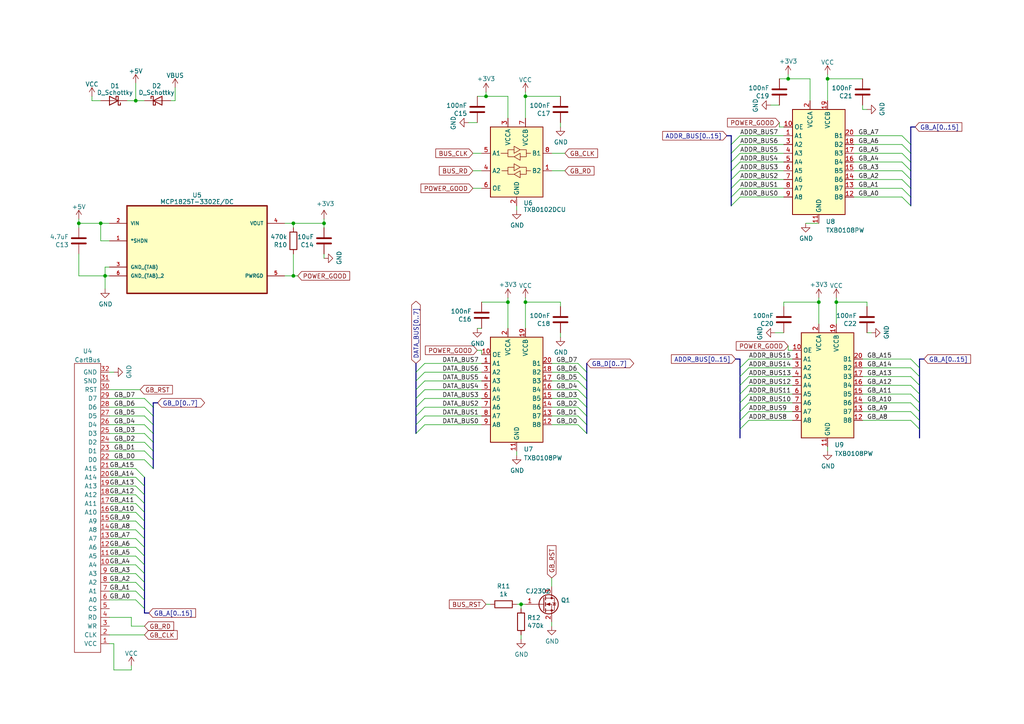
<source format=kicad_sch>
(kicad_sch (version 20230121) (generator eeschema)
  (paper "A4")
  (lib_symbols
    (symbol "Device:C" (pin_numbers hide) (pin_names (offset 0.254))
      (property "Reference" "C" (at 0.635 2.54 0))
      (property "Value" "C" (at 0.635 -2.54 0))
      (symbol "C_0_1"
        (polyline (pts (xy -2.032 -0.762) (xy 2.032 -0.762)) (stroke (width 0.508)))
        (polyline (pts (xy -2.032 0.762) (xy 2.032 0.762)) (stroke (width 0.508)))
      )
      (symbol "C_1_1"
        (pin passive line (at 0 3.81 270) (length 2.794) (name "~") (number "1"))
        (pin passive line (at 0 -3.81 90) (length 2.794) (name "~") (number "2"))
      )
    )
    (symbol "Device:D_Schottky" (pin_numbers hide) (pin_names (offset 1.016) hide)
      (property "Reference" "D" (at 0 2.54 0))
      (property "Value" "D_Schottky" (at 0 -2.54 0))
      (symbol "D_Schottky_0_1"
        (polyline (pts (xy 1.27 0) (xy -1.27 0)))
        (polyline (pts (xy 1.27 1.27) (xy 1.27 -1.27) (xy -1.27 0) (xy 1.27 1.27)) (stroke (width 0.254)))
        (polyline (pts (xy -1.905 0.635) (xy -1.905 1.27) (xy -1.27 1.27) (xy -1.27 -1.27) (xy -0.635 -1.27) (xy -0.635 -0.635)) (stroke (width 0.254)))
      )
      (symbol "D_Schottky_1_1"
        (pin passive line (at -3.81 0 0) (length 2.54) (name "K") (number "1"))
        (pin passive line (at 3.81 0 180) (length 2.54) (name "A") (number "2"))
      )
    )
    (symbol "Device:Q_NMOS_GSD" (pin_names (offset 0) hide)
      (property "Reference" "Q" (at 5.08 1.27 0))
      (property "Value" "Q_NMOS_GSD" (at 5.08 -1.27 0))
      (symbol "Q_NMOS_GSD_0_1"
        (polyline (pts (xy 0.254 0) (xy -2.54 0)))
        (polyline (pts (xy 0.254 1.905) (xy 0.254 -1.905)) (stroke (width 0.254)))
        (polyline (pts (xy 0.762 -1.27) (xy 0.762 -2.286)) (stroke (width 0.254)))
        (polyline (pts (xy 0.762 0.508) (xy 0.762 -0.508)) (stroke (width 0.254)))
        (polyline (pts (xy 0.762 2.286) (xy 0.762 1.27)) (stroke (width 0.254)))
        (polyline (pts (xy 2.54 2.54) (xy 2.54 1.778)))
        (polyline (pts (xy 2.54 -2.54) (xy 2.54 0) (xy 0.762 0)))
        (polyline (pts (xy 0.762 -1.778) (xy 3.302 -1.778) (xy 3.302 1.778) (xy 0.762 1.778)))
        (polyline (pts (xy 1.016 0) (xy 2.032 0.381) (xy 2.032 -0.381) (xy 1.016 0)) (fill (type outline)))
        (polyline (pts (xy 2.794 0.508) (xy 2.921 0.381) (xy 3.683 0.381) (xy 3.81 0.254)))
        (polyline (pts (xy 3.302 0.381) (xy 2.921 -0.254) (xy 3.683 -0.254) (xy 3.302 0.381)))
        (circle (center 1.651 0) (radius 2.794) (stroke (width 0.254)))
        (circle (center 2.54 -1.778) (radius 0.254) (fill (type outline)))
        (circle (center 2.54 1.778) (radius 0.254) (fill (type outline)))
      )
      (symbol "Q_NMOS_GSD_1_1"
        (pin input line (at -5.08 0 0) (length 2.54) (name "G") (number "1"))
        (pin passive line (at 2.54 -5.08 90) (length 2.54) (name "S") (number "2"))
        (pin passive line (at 2.54 5.08 270) (length 2.54) (name "D") (number "3"))
      )
    )
    (symbol "Device:R" (pin_numbers hide) (pin_names (offset 0))
      (property "Reference" "R" (at 2.032 0 90))
      (property "Value" "R" (at 0 0 90))
      (symbol "R_0_1"
        (rectangle (start -1.016 -2.54) (end 1.016 2.54) (stroke (width 0.254)))
      )
      (symbol "R_1_1"
        (pin passive line (at 0 3.81 270) (length 1.27) (name "~") (number "1"))
        (pin passive line (at 0 -3.81 90) (length 1.27) (name "~") (number "2"))
      )
    )
    (symbol "Gameboy:CartBus" (pin_names (offset 1.016))
      (property "Reference" "U?" (at 24.13 -11.43 0))
      (property "Value" "CartBus" (at 24.13 -8.89 0))
      (symbol "CartBus_0_1"
        (rectangle (start 66.04 0) (end -17.78 -7.62))
      )
      (symbol "CartBus_1_1"
        (pin unspecified line (at -15.24 2.54 270) (length 2.54) (name "VCC") (number "1"))
        (pin unspecified line (at 7.62 2.54 270) (length 2.54) (name "A4") (number "10"))
        (pin unspecified line (at 10.16 2.54 270) (length 2.54) (name "A5") (number "11"))
        (pin unspecified line (at 12.7 2.54 270) (length 2.54) (name "A6") (number "12"))
        (pin unspecified line (at 15.24 2.54 270) (length 2.54) (name "A7") (number "13"))
        (pin unspecified line (at 17.78 2.54 270) (length 2.54) (name "A8") (number "14"))
        (pin unspecified line (at 20.32 2.54 270) (length 2.54) (name "A9") (number "15"))
        (pin unspecified line (at 22.86 2.54 270) (length 2.54) (name "A10") (number "16"))
        (pin unspecified line (at 25.4 2.54 270) (length 2.54) (name "A11") (number "17"))
        (pin unspecified line (at 27.94 2.54 270) (length 2.54) (name "A12") (number "18"))
        (pin unspecified line (at 30.48 2.54 270) (length 2.54) (name "A13") (number "19"))
        (pin unspecified line (at -12.7 2.54 270) (length 2.54) (name "CLK~{}") (number "2"))
        (pin unspecified line (at 33.02 2.54 270) (length 2.54) (name "A14") (number "20"))
        (pin unspecified line (at 35.56 2.54 270) (length 2.54) (name "A15") (number "21"))
        (pin unspecified line (at 38.1 2.54 270) (length 2.54) (name "D0") (number "22"))
        (pin unspecified line (at 40.64 2.54 270) (length 2.54) (name "D1") (number "23"))
        (pin unspecified line (at 43.18 2.54 270) (length 2.54) (name "D2") (number "24"))
        (pin unspecified line (at 45.72 2.54 270) (length 2.54) (name "D3") (number "25"))
        (pin unspecified line (at 48.26 2.54 270) (length 2.54) (name "D4") (number "26"))
        (pin unspecified line (at 50.8 2.54 270) (length 2.54) (name "D5") (number "27"))
        (pin unspecified line (at 53.34 2.54 270) (length 2.54) (name "D6") (number "28"))
        (pin unspecified line (at 55.88 2.54 270) (length 2.54) (name "D7") (number "29"))
        (pin unspecified line (at -10.16 2.54 270) (length 2.54) (name "WR") (number "3"))
        (pin unspecified line (at 58.42 2.54 270) (length 2.54) (name "RST") (number "30"))
        (pin unspecified line (at 60.96 2.54 270) (length 2.54) (name "SND") (number "31"))
        (pin unspecified line (at 63.5 2.54 270) (length 2.54) (name "GND") (number "32"))
        (pin unspecified line (at -7.62 2.54 270) (length 2.54) (name "RD") (number "4"))
        (pin unspecified line (at -5.08 2.54 270) (length 2.54) (name "CS") (number "5"))
        (pin unspecified line (at -2.54 2.54 270) (length 2.54) (name "A0") (number "6"))
        (pin unspecified line (at 0 2.54 270) (length 2.54) (name "A1") (number "7"))
        (pin unspecified line (at 2.54 2.54 270) (length 2.54) (name "A2") (number "8"))
        (pin unspecified line (at 5.08 2.54 270) (length 2.54) (name "A3") (number "9"))
      )
    )
    (symbol "Logic_LevelTranslator:TXB0102DCU"
      (property "Reference" "U" (at -6.35 11.43 0))
      (property "Value" "TXB0102DCU" (at 3.81 11.43 0))
      (symbol "TXB0102DCU_0_1"
        (rectangle (start -7.62 10.16) (end 7.62 -10.16) (stroke (width 0.254)) (fill (type background)))
        (polyline (pts (xy -2.54 -2.54) (xy -2.54 -1.524) (xy -0.762 -1.524)))
        (polyline (pts (xy -2.54 2.54) (xy -2.54 3.556) (xy -0.762 3.556)))
        (polyline (pts (xy 2.794 -2.54) (xy 2.794 -3.556) (xy 1.016 -3.556)))
        (polyline (pts (xy 2.794 2.54) (xy 2.794 1.524) (xy 1.016 1.524)))
        (polyline (pts (xy -0.762 -3.556) (xy -2.54 -3.556) (xy -2.54 -2.54) (xy -4.318 -2.54)))
        (polyline (pts (xy -0.762 -2.54) (xy -0.762 -0.508) (xy 1.016 -1.524) (xy -0.762 -2.54)))
        (polyline (pts (xy -0.762 1.524) (xy -2.54 1.524) (xy -2.54 2.54) (xy -4.572 2.54)))
        (polyline (pts (xy -0.762 2.54) (xy -0.762 4.572) (xy 1.016 3.556) (xy -0.762 2.54)))
        (polyline (pts (xy 1.016 -2.54) (xy 1.016 -4.572) (xy -0.762 -3.556) (xy 1.016 -2.54)))
        (polyline (pts (xy 1.016 -1.524) (xy 2.794 -1.524) (xy 2.794 -2.54) (xy 4.064 -2.54)))
        (polyline (pts (xy 1.016 3.556) (xy 2.794 3.556) (xy 2.794 2.54) (xy 4.064 2.54)))
        (polyline (pts (xy 1.016 2.54) (xy 1.016 0.762) (xy 1.016 0.508) (xy -0.762 1.524) (xy 1.016 2.54)))
      )
      (symbol "TXB0102DCU_1_1"
        (pin bidirectional line (at 10.16 -2.54 180) (length 2.54) (name "B2") (number "1"))
        (pin power_in line (at 0 -12.7 90) (length 2.54) (name "GND") (number "2"))
        (pin power_in line (at -2.54 12.7 270) (length 2.54) (name "VCCA") (number "3"))
        (pin bidirectional line (at -10.16 -2.54 0) (length 2.54) (name "A2") (number "4"))
        (pin bidirectional line (at -10.16 2.54 0) (length 2.54) (name "A1") (number "5"))
        (pin input line (at -10.16 -7.62 0) (length 2.54) (name "OE") (number "6"))
        (pin power_in line (at 2.54 12.7 270) (length 2.54) (name "VCCB") (number "7"))
        (pin bidirectional line (at 10.16 2.54 180) (length 2.54) (name "B1") (number "8"))
      )
    )
    (symbol "Logic_LevelTranslator:TXS0108EPW"
      (property "Reference" "U" (at -6.35 16.51 0))
      (property "Value" "TXS0108EPW" (at 3.81 16.51 0))
      (symbol "TXS0108EPW_0_1"
        (rectangle (start -7.62 15.24) (end 7.62 -15.24) (stroke (width 0.254)) (fill (type background)))
      )
      (symbol "TXS0108EPW_1_1"
        (pin bidirectional line (at -10.16 7.62 0) (length 2.54) (name "A1") (number "1"))
        (pin input line (at -10.16 10.16 0) (length 2.54) (name "OE") (number "10"))
        (pin power_in line (at 0 -17.78 90) (length 2.54) (name "GND") (number "11"))
        (pin bidirectional line (at 10.16 -10.16 180) (length 2.54) (name "B8") (number "12"))
        (pin bidirectional line (at 10.16 -7.62 180) (length 2.54) (name "B7") (number "13"))
        (pin bidirectional line (at 10.16 -5.08 180) (length 2.54) (name "B6") (number "14"))
        (pin bidirectional line (at 10.16 -2.54 180) (length 2.54) (name "B5") (number "15"))
        (pin bidirectional line (at 10.16 0 180) (length 2.54) (name "B4") (number "16"))
        (pin bidirectional line (at 10.16 2.54 180) (length 2.54) (name "B3") (number "17"))
        (pin bidirectional line (at 10.16 5.08 180) (length 2.54) (name "B2") (number "18"))
        (pin power_in line (at 2.54 17.78 270) (length 2.54) (name "VCCB") (number "19"))
        (pin power_in line (at -2.54 17.78 270) (length 2.54) (name "VCCA") (number "2"))
        (pin bidirectional line (at 10.16 7.62 180) (length 2.54) (name "B1") (number "20"))
        (pin bidirectional line (at -10.16 5.08 0) (length 2.54) (name "A2") (number "3"))
        (pin bidirectional line (at -10.16 2.54 0) (length 2.54) (name "A3") (number "4"))
        (pin bidirectional line (at -10.16 0 0) (length 2.54) (name "A4") (number "5"))
        (pin bidirectional line (at -10.16 -2.54 0) (length 2.54) (name "A5") (number "6"))
        (pin bidirectional line (at -10.16 -5.08 0) (length 2.54) (name "A6") (number "7"))
        (pin bidirectional line (at -10.16 -7.62 0) (length 2.54) (name "A7") (number "8"))
        (pin bidirectional line (at -10.16 -10.16 0) (length 2.54) (name "A8") (number "9"))
      )
    )
    (symbol "MCP1825T-3302E_DC:MCP1825T-3302E{slash}DC" (pin_names (offset 1.016))
      (property "Reference" "U10" (at 0 13.2461 0))
      (property "Value" "MCP1825T-3302E/DC" (at 0 11.3251 0))
      (symbol "MCP1825T-3302E{slash}DC_0_0"
        (rectangle (start -20.32 -15.24) (end 20.32 10.16) (stroke (width 0.4064)) (fill (type background)))
        (pin input line (at -25.4 0 0) (length 5.08) (name "*SHDN") (number "1"))
        (pin input line (at -25.4 5.08 0) (length 5.08) (name "VIN") (number "2"))
        (pin passive line (at -25.4 -7.62 0) (length 5.08) (name "GND_(TAB)") (number "3"))
        (pin output line (at 25.4 5.08 180) (length 5.08) (name "VOUT") (number "4"))
        (pin input line (at 25.4 -10.16 180) (length 5.08) (name "PWRGD") (number "5"))
        (pin passive line (at -25.4 -10.16 0) (length 5.08) (name "GND_(TAB)_2") (number "6"))
      )
    )
    (symbol "power:+3V3" (power) (pin_names (offset 0))
      (property "Value" "+3V3" (at 0 3.556 0))
      (symbol "+3V3_0_1"
        (polyline (pts (xy -0.762 1.27) (xy 0 2.54)))
        (polyline (pts (xy 0 0) (xy 0 2.54)))
        (polyline (pts (xy 0 2.54) (xy 0.762 1.27)))
      )
      (symbol "+3V3_1_1"
        (pin power_in line (at 0 0 90) (length 0) hide (name "+3V3") (number "1"))
      )
    )
    (symbol "power:+5V" (power) (pin_names (offset 0))
      (property "Value" "+5V" (at 0 3.556 0))
      (symbol "+5V_0_1"
        (polyline (pts (xy -0.762 1.27) (xy 0 2.54)))
        (polyline (pts (xy 0 0) (xy 0 2.54)))
        (polyline (pts (xy 0 2.54) (xy 0.762 1.27)))
      )
      (symbol "+5V_1_1"
        (pin power_in line (at 0 0 90) (length 0) hide (name "+5V") (number "1"))
      )
    )
    (symbol "power:GND" (power) (pin_names (offset 0))
      (property "Value" "GND" (at 0 -3.81 0))
      (symbol "GND_0_1"
        (polyline (pts (xy 0 0) (xy 0 -1.27) (xy 1.27 -1.27) (xy 0 -2.54) (xy -1.27 -1.27) (xy 0 -1.27)))
      )
      (symbol "GND_1_1"
        (pin power_in line (at 0 0 270) (length 0) hide (name "GND") (number "1"))
      )
    )
    (symbol "power:VBUS" (power) (pin_names (offset 0))
      (property "Value" "VBUS" (at 0 3.81 0))
      (symbol "VBUS_0_1"
        (polyline (pts (xy -0.762 1.27) (xy 0 2.54)))
        (polyline (pts (xy 0 0) (xy 0 2.54)))
        (polyline (pts (xy 0 2.54) (xy 0.762 1.27)))
      )
      (symbol "VBUS_1_1"
        (pin power_in line (at 0 0 90) (length 0) hide (name "VBUS") (number "1"))
      )
    )
    (symbol "power:VCC" (power) (pin_names (offset 0))
      (property "Value" "VCC" (at 0 3.81 0))
      (symbol "VCC_0_1"
        (polyline (pts (xy -0.762 1.27) (xy 0 2.54)))
        (polyline (pts (xy 0 0) (xy 0 2.54)))
        (polyline (pts (xy 0 2.54) (xy 0.762 1.27)))
      )
      (symbol "VCC_1_1"
        (pin power_in line (at 0 0 90) (length 0) hide (name "VCC") (number "1"))
      )
    )
  )
  (junction (at 152.4 87.63))
  (junction (at 140.97 27.94))
  (junction (at 22.86 64.77))
  (junction (at 39.37 29.21))
  (junction (at 85.09 80.01))
  (junction (at 152.4 27.94))
  (junction (at 93.98 64.77))
  (junction (at 85.09 64.77))
  (junction (at 30.48 80.01))
  (junction (at 237.49 87.63))
  (junction (at 151.13 175.26))
  (junction (at 240.03 22.86))
  (junction (at 147.32 87.63))
  (junction (at 242.57 87.63))
  (junction (at 228.6 22.86))
  (junction (at 29.21 64.77))
  (bus_entry (at 264.16 109.22) (size 2.54 2.54))
  (bus_entry (at 264.16 106.68) (size 2.54 2.54))
  (bus_entry (at 264.16 111.76) (size 2.54 2.54))
  (bus_entry (at 167.64 107.95) (size 2.54 2.54))
  (bus_entry (at 41.91 123.19) (size 2.54 2.54))
  (bus_entry (at 39.37 138.43) (size 2.54 2.54))
  (bus_entry (at 261.62 41.91) (size 2.54 2.54))
  (bus_entry (at 261.62 54.61) (size 2.54 2.54))
  (bus_entry (at 120.65 110.49) (size 2.54 -2.54))
  (bus_entry (at 167.64 115.57) (size 2.54 2.54))
  (bus_entry (at 264.16 104.14) (size 2.54 2.54))
  (bus_entry (at 261.62 46.99) (size 2.54 2.54))
  (bus_entry (at 214.63 111.76) (size 2.54 -2.54))
  (bus_entry (at 212.09 41.91) (size 2.54 -2.54))
  (bus_entry (at 214.63 121.92) (size 2.54 -2.54))
  (bus_entry (at 167.64 120.65) (size 2.54 2.54))
  (bus_entry (at 212.09 44.45) (size 2.54 -2.54))
  (bus_entry (at 167.64 118.11) (size 2.54 2.54))
  (bus_entry (at 214.63 114.3) (size 2.54 -2.54))
  (bus_entry (at 261.62 44.45) (size 2.54 2.54))
  (bus_entry (at 39.37 140.97) (size 2.54 2.54))
  (bus_entry (at 264.16 121.92) (size 2.54 2.54))
  (bus_entry (at 261.62 57.15) (size 2.54 2.54))
  (bus_entry (at 167.64 123.19) (size 2.54 2.54))
  (bus_entry (at 39.37 143.51) (size 2.54 2.54))
  (bus_entry (at 261.62 52.07) (size 2.54 2.54))
  (bus_entry (at 212.09 59.69) (size 2.54 -2.54))
  (bus_entry (at 264.16 116.84) (size 2.54 2.54))
  (bus_entry (at 39.37 135.89) (size 2.54 2.54))
  (bus_entry (at 120.65 115.57) (size 2.54 -2.54))
  (bus_entry (at 120.65 125.73) (size 2.54 -2.54))
  (bus_entry (at 214.63 119.38) (size 2.54 -2.54))
  (bus_entry (at 39.37 173.99) (size 2.54 2.54))
  (bus_entry (at 214.63 124.46) (size 2.54 -2.54))
  (bus_entry (at 214.63 106.68) (size 2.54 -2.54))
  (bus_entry (at 39.37 166.37) (size 2.54 2.54))
  (bus_entry (at 212.09 49.53) (size 2.54 -2.54))
  (bus_entry (at 41.91 115.57) (size 2.54 2.54))
  (bus_entry (at 39.37 153.67) (size 2.54 2.54))
  (bus_entry (at 120.65 107.95) (size 2.54 -2.54))
  (bus_entry (at 212.09 52.07) (size 2.54 -2.54))
  (bus_entry (at 214.63 109.22) (size 2.54 -2.54))
  (bus_entry (at 120.65 113.03) (size 2.54 -2.54))
  (bus_entry (at 41.91 133.35) (size 2.54 2.54))
  (bus_entry (at 261.62 49.53) (size 2.54 2.54))
  (bus_entry (at 39.37 151.13) (size 2.54 2.54))
  (bus_entry (at 167.64 110.49) (size 2.54 2.54))
  (bus_entry (at 264.16 119.38) (size 2.54 2.54))
  (bus_entry (at 214.63 116.84) (size 2.54 -2.54))
  (bus_entry (at 167.64 113.03) (size 2.54 2.54))
  (bus_entry (at 39.37 148.59) (size 2.54 2.54))
  (bus_entry (at 39.37 156.21) (size 2.54 2.54))
  (bus_entry (at 41.91 125.73) (size 2.54 2.54))
  (bus_entry (at 41.91 120.65) (size 2.54 2.54))
  (bus_entry (at 39.37 163.83) (size 2.54 2.54))
  (bus_entry (at 120.65 123.19) (size 2.54 -2.54))
  (bus_entry (at 39.37 161.29) (size 2.54 2.54))
  (bus_entry (at 41.91 128.27) (size 2.54 2.54))
  (bus_entry (at 261.62 39.37) (size 2.54 2.54))
  (bus_entry (at 39.37 171.45) (size 2.54 2.54))
  (bus_entry (at 212.09 54.61) (size 2.54 -2.54))
  (bus_entry (at 212.09 46.99) (size 2.54 -2.54))
  (bus_entry (at 39.37 158.75) (size 2.54 2.54))
  (bus_entry (at 41.91 130.81) (size 2.54 2.54))
  (bus_entry (at 264.16 114.3) (size 2.54 2.54))
  (bus_entry (at 120.65 118.11) (size 2.54 -2.54))
  (bus_entry (at 39.37 146.05) (size 2.54 2.54))
  (bus_entry (at 41.91 118.11) (size 2.54 2.54))
  (bus_entry (at 39.37 168.91) (size 2.54 2.54))
  (bus_entry (at 212.09 57.15) (size 2.54 -2.54))
  (bus_entry (at 120.65 120.65) (size 2.54 -2.54))
  (bus_entry (at 167.64 105.41) (size 2.54 2.54))
  (wire (pts (xy 31.75 168.91) (xy 39.37 168.91)))
  (wire (pts (xy 137.16 49.53) (xy 139.7 49.53)))
  (wire (pts (xy 250.19 109.22) (xy 264.16 109.22)))
  (wire (pts (xy 85.09 80.01) (xy 86.36 80.01)))
  (bus (pts (xy 41.91 168.91) (xy 41.91 171.45)))
  (wire (pts (xy 160.02 120.65) (xy 167.64 120.65)))
  (bus (pts (xy 120.65 115.57) (xy 120.65 118.11)))
  (bus (pts (xy 212.09 54.61) (xy 212.09 57.15)))
  (bus (pts (xy 214.63 114.3) (xy 214.63 116.84)))
  (wire (pts (xy 140.97 27.94) (xy 138.43 27.94)))
  (wire (pts (xy 234.95 22.86) (xy 234.95 29.21)))
  (wire (pts (xy 123.19 115.57) (xy 139.7 115.57)))
  (wire (pts (xy 149.86 59.69) (xy 149.86 60.96)))
  (wire (pts (xy 31.75 123.19) (xy 41.91 123.19)))
  (wire (pts (xy 228.6 21.59) (xy 228.6 22.86)))
  (bus (pts (xy 41.91 153.67) (xy 41.91 156.21)))
  (wire (pts (xy 152.4 26.67) (xy 152.4 27.94)))
  (wire (pts (xy 31.75 146.05) (xy 39.37 146.05)))
  (wire (pts (xy 250.19 31.75) (xy 251.46 31.75)))
  (wire (pts (xy 31.75 148.59) (xy 39.37 148.59)))
  (bus (pts (xy 170.18 105.41) (xy 170.18 107.95)))
  (wire (pts (xy 31.75 143.51) (xy 39.37 143.51)))
  (wire (pts (xy 162.56 35.56) (xy 162.56 36.83)))
  (bus (pts (xy 170.18 115.57) (xy 170.18 118.11)))
  (wire (pts (xy 33.02 194.31) (xy 38.1 194.31)))
  (wire (pts (xy 217.17 121.92) (xy 229.87 121.92)))
  (wire (pts (xy 31.75 64.77) (xy 29.21 64.77)))
  (bus (pts (xy 266.7 119.38) (xy 266.7 121.92)))
  (wire (pts (xy 123.19 107.95) (xy 139.7 107.95)))
  (wire (pts (xy 217.17 114.3) (xy 229.87 114.3)))
  (wire (pts (xy 31.75 158.75) (xy 39.37 158.75)))
  (wire (pts (xy 240.03 22.86) (xy 240.03 29.21)))
  (bus (pts (xy 264.16 52.07) (xy 264.16 54.61)))
  (bus (pts (xy 44.45 118.11) (xy 44.45 116.84)))
  (bus (pts (xy 41.91 143.51) (xy 41.91 146.05)))
  (wire (pts (xy 36.83 29.21) (xy 39.37 29.21)))
  (bus (pts (xy 44.45 133.35) (xy 44.45 135.89)))
  (wire (pts (xy 227.33 88.9) (xy 227.33 87.63)))
  (bus (pts (xy 214.63 124.46) (xy 214.63 127)))
  (wire (pts (xy 250.19 30.48) (xy 250.19 31.75)))
  (wire (pts (xy 39.37 24.13) (xy 39.37 29.21)))
  (bus (pts (xy 41.91 156.21) (xy 41.91 158.75)))
  (bus (pts (xy 266.7 116.84) (xy 266.7 119.38)))
  (wire (pts (xy 31.75 118.11) (xy 41.91 118.11)))
  (wire (pts (xy 31.75 138.43) (xy 39.37 138.43)))
  (wire (pts (xy 123.19 105.41) (xy 139.7 105.41)))
  (bus (pts (xy 264.16 36.83) (xy 265.43 36.83)))
  (wire (pts (xy 31.75 186.69) (xy 33.02 186.69)))
  (bus (pts (xy 266.7 124.46) (xy 266.7 127)))
  (wire (pts (xy 217.17 106.68) (xy 229.87 106.68)))
  (bus (pts (xy 41.91 140.97) (xy 41.91 143.51)))
  (bus (pts (xy 264.16 49.53) (xy 264.16 52.07)))
  (bus (pts (xy 212.09 39.37) (xy 212.09 41.91)))
  (wire (pts (xy 217.17 109.22) (xy 229.87 109.22)))
  (wire (pts (xy 247.65 54.61) (xy 261.62 54.61)))
  (wire (pts (xy 152.4 27.94) (xy 152.4 34.29)))
  (wire (pts (xy 214.63 57.15) (xy 227.33 57.15)))
  (wire (pts (xy 160.02 115.57) (xy 167.64 115.57)))
  (wire (pts (xy 22.86 64.77) (xy 22.86 66.04)))
  (wire (pts (xy 22.86 63.5) (xy 22.86 64.77)))
  (wire (pts (xy 93.98 63.5) (xy 93.98 64.77)))
  (wire (pts (xy 137.16 44.45) (xy 139.7 44.45)))
  (wire (pts (xy 160.02 123.19) (xy 167.64 123.19)))
  (wire (pts (xy 227.33 87.63) (xy 237.49 87.63)))
  (wire (pts (xy 247.65 41.91) (xy 261.62 41.91)))
  (wire (pts (xy 31.75 125.73) (xy 41.91 125.73)))
  (wire (pts (xy 247.65 49.53) (xy 261.62 49.53)))
  (wire (pts (xy 152.4 86.36) (xy 152.4 87.63)))
  (wire (pts (xy 247.65 52.07) (xy 261.62 52.07)))
  (wire (pts (xy 138.43 101.6) (xy 139.7 101.6)))
  (wire (pts (xy 31.75 113.03) (xy 40.64 113.03)))
  (wire (pts (xy 160.02 180.34) (xy 160.02 181.61)))
  (bus (pts (xy 266.7 111.76) (xy 266.7 114.3)))
  (bus (pts (xy 41.91 176.53) (xy 41.91 177.8)))
  (bus (pts (xy 41.91 173.99) (xy 41.91 176.53)))
  (wire (pts (xy 214.63 52.07) (xy 227.33 52.07)))
  (wire (pts (xy 31.75 120.65) (xy 41.91 120.65)))
  (wire (pts (xy 31.75 133.35) (xy 41.91 133.35)))
  (wire (pts (xy 228.6 100.33) (xy 228.6 101.6)))
  (bus (pts (xy 214.63 116.84) (xy 214.63 119.38)))
  (bus (pts (xy 120.65 110.49) (xy 120.65 113.03)))
  (bus (pts (xy 214.63 109.22) (xy 214.63 106.68)))
  (wire (pts (xy 138.43 95.25) (xy 139.7 95.25)))
  (wire (pts (xy 224.79 96.52) (xy 227.33 96.52)))
  (bus (pts (xy 170.18 123.19) (xy 170.18 125.73)))
  (bus (pts (xy 41.91 177.8) (xy 43.18 177.8)))
  (wire (pts (xy 33.02 186.69) (xy 33.02 194.31)))
  (wire (pts (xy 223.52 30.48) (xy 226.06 30.48)))
  (bus (pts (xy 44.45 116.84) (xy 45.72 116.84)))
  (bus (pts (xy 212.09 46.99) (xy 212.09 49.53)))
  (bus (pts (xy 264.16 44.45) (xy 264.16 46.99)))
  (wire (pts (xy 26.67 29.21) (xy 26.67 27.94)))
  (wire (pts (xy 31.75 128.27) (xy 41.91 128.27)))
  (wire (pts (xy 151.13 184.15) (xy 151.13 185.42)))
  (wire (pts (xy 31.75 166.37) (xy 39.37 166.37)))
  (bus (pts (xy 213.36 104.14) (xy 214.63 104.14)))
  (wire (pts (xy 214.63 46.99) (xy 227.33 46.99)))
  (wire (pts (xy 163.83 44.45) (xy 160.02 44.45)))
  (bus (pts (xy 41.91 151.13) (xy 41.91 153.67)))
  (wire (pts (xy 123.19 118.11) (xy 139.7 118.11)))
  (wire (pts (xy 82.55 80.01) (xy 85.09 80.01)))
  (wire (pts (xy 31.75 163.83) (xy 39.37 163.83)))
  (wire (pts (xy 240.03 22.86) (xy 250.19 22.86)))
  (bus (pts (xy 44.45 130.81) (xy 44.45 133.35)))
  (wire (pts (xy 30.48 80.01) (xy 30.48 83.82)))
  (wire (pts (xy 229.87 101.6) (xy 228.6 101.6)))
  (bus (pts (xy 170.18 110.49) (xy 170.18 113.03)))
  (wire (pts (xy 147.32 34.29) (xy 147.32 27.94)))
  (wire (pts (xy 250.19 104.14) (xy 264.16 104.14)))
  (wire (pts (xy 162.56 87.63) (xy 152.4 87.63)))
  (wire (pts (xy 242.57 87.63) (xy 251.46 87.63)))
  (bus (pts (xy 41.91 171.45) (xy 41.91 173.99)))
  (wire (pts (xy 31.75 153.67) (xy 39.37 153.67)))
  (bus (pts (xy 41.91 138.43) (xy 41.91 140.97)))
  (wire (pts (xy 242.57 86.36) (xy 242.57 87.63)))
  (bus (pts (xy 120.65 123.19) (xy 120.65 125.73)))
  (wire (pts (xy 251.46 96.52) (xy 252.73 96.52)))
  (bus (pts (xy 120.65 107.95) (xy 120.65 110.49)))
  (bus (pts (xy 120.65 118.11) (xy 120.65 120.65)))
  (wire (pts (xy 217.17 119.38) (xy 229.87 119.38)))
  (wire (pts (xy 214.63 54.61) (xy 227.33 54.61)))
  (wire (pts (xy 217.17 116.84) (xy 229.87 116.84)))
  (bus (pts (xy 120.65 113.03) (xy 120.65 115.57)))
  (bus (pts (xy 41.91 163.83) (xy 41.91 166.37)))
  (bus (pts (xy 264.16 41.91) (xy 264.16 44.45)))
  (bus (pts (xy 41.91 161.29) (xy 41.91 163.83)))
  (wire (pts (xy 237.49 87.63) (xy 237.49 93.98)))
  (wire (pts (xy 93.98 74.93) (xy 93.98 73.66)))
  (wire (pts (xy 160.02 49.53) (xy 163.83 49.53)))
  (wire (pts (xy 123.19 123.19) (xy 139.7 123.19)))
  (bus (pts (xy 214.63 106.68) (xy 214.63 104.14)))
  (wire (pts (xy 38.1 181.61) (xy 41.91 181.61)))
  (wire (pts (xy 149.86 175.26) (xy 151.13 175.26)))
  (wire (pts (xy 162.56 88.9) (xy 162.56 87.63)))
  (wire (pts (xy 139.7 101.6) (xy 139.7 102.87)))
  (wire (pts (xy 250.19 106.68) (xy 264.16 106.68)))
  (bus (pts (xy 170.18 118.11) (xy 170.18 120.65)))
  (wire (pts (xy 147.32 87.63) (xy 147.32 86.36)))
  (wire (pts (xy 29.21 69.85) (xy 29.21 64.77)))
  (bus (pts (xy 41.91 166.37) (xy 41.91 168.91)))
  (bus (pts (xy 170.18 120.65) (xy 170.18 123.19)))
  (bus (pts (xy 266.7 109.22) (xy 266.7 111.76)))
  (bus (pts (xy 170.18 107.95) (xy 170.18 110.49)))
  (wire (pts (xy 31.75 69.85) (xy 29.21 69.85)))
  (wire (pts (xy 160.02 167.64) (xy 160.02 170.18)))
  (wire (pts (xy 31.75 107.95) (xy 33.02 107.95)))
  (wire (pts (xy 38.1 194.31) (xy 38.1 193.04)))
  (wire (pts (xy 152.4 27.94) (xy 162.56 27.94)))
  (bus (pts (xy 264.16 54.61) (xy 264.16 57.15)))
  (wire (pts (xy 147.32 27.94) (xy 140.97 27.94)))
  (wire (pts (xy 31.75 135.89) (xy 39.37 135.89)))
  (wire (pts (xy 82.55 64.77) (xy 85.09 64.77)))
  (wire (pts (xy 31.75 140.97) (xy 39.37 140.97)))
  (wire (pts (xy 214.63 41.91) (xy 227.33 41.91)))
  (bus (pts (xy 266.7 106.68) (xy 266.7 109.22)))
  (bus (pts (xy 266.7 114.3) (xy 266.7 116.84)))
  (wire (pts (xy 247.65 57.15) (xy 261.62 57.15)))
  (wire (pts (xy 22.86 80.01) (xy 30.48 80.01)))
  (wire (pts (xy 31.75 115.57) (xy 41.91 115.57)))
  (bus (pts (xy 212.09 52.07) (xy 212.09 54.61)))
  (bus (pts (xy 41.91 148.59) (xy 41.91 151.13)))
  (wire (pts (xy 93.98 64.77) (xy 93.98 66.04)))
  (wire (pts (xy 123.19 120.65) (xy 139.7 120.65)))
  (bus (pts (xy 264.16 36.83) (xy 264.16 41.91)))
  (wire (pts (xy 234.95 22.86) (xy 228.6 22.86)))
  (wire (pts (xy 149.86 130.81) (xy 149.86 132.08)))
  (bus (pts (xy 214.63 109.22) (xy 214.63 111.76)))
  (wire (pts (xy 250.19 119.38) (xy 264.16 119.38)))
  (wire (pts (xy 30.48 80.01) (xy 31.75 80.01)))
  (wire (pts (xy 227.33 36.83) (xy 226.06 36.83)))
  (bus (pts (xy 266.7 104.14) (xy 266.7 106.68)))
  (wire (pts (xy 39.37 29.21) (xy 41.91 29.21)))
  (wire (pts (xy 85.09 64.77) (xy 93.98 64.77)))
  (bus (pts (xy 212.09 49.53) (xy 212.09 52.07)))
  (wire (pts (xy 85.09 80.01) (xy 85.09 73.66)))
  (wire (pts (xy 242.57 87.63) (xy 242.57 93.98)))
  (wire (pts (xy 31.75 171.45) (xy 39.37 171.45)))
  (wire (pts (xy 30.48 77.47) (xy 30.48 80.01)))
  (wire (pts (xy 214.63 39.37) (xy 227.33 39.37)))
  (wire (pts (xy 250.19 114.3) (xy 264.16 114.3)))
  (wire (pts (xy 85.09 64.77) (xy 85.09 66.04)))
  (bus (pts (xy 41.91 146.05) (xy 41.91 148.59)))
  (wire (pts (xy 31.75 156.21) (xy 39.37 156.21)))
  (wire (pts (xy 152.4 87.63) (xy 152.4 95.25)))
  (wire (pts (xy 162.56 96.52) (xy 162.56 97.79)))
  (bus (pts (xy 212.09 41.91) (xy 212.09 44.45)))
  (wire (pts (xy 38.1 179.07) (xy 38.1 181.61)))
  (wire (pts (xy 29.21 29.21) (xy 26.67 29.21)))
  (wire (pts (xy 217.17 104.14) (xy 229.87 104.14)))
  (wire (pts (xy 151.13 175.26) (xy 151.13 176.53)))
  (wire (pts (xy 31.75 151.13) (xy 39.37 151.13)))
  (wire (pts (xy 247.65 39.37) (xy 261.62 39.37)))
  (wire (pts (xy 123.19 113.03) (xy 139.7 113.03)))
  (wire (pts (xy 137.16 54.61) (xy 139.7 54.61)))
  (wire (pts (xy 31.75 179.07) (xy 38.1 179.07)))
  (wire (pts (xy 49.53 29.21) (xy 50.8 29.21)))
  (bus (pts (xy 41.91 158.75) (xy 41.91 161.29)))
  (bus (pts (xy 44.45 120.65) (xy 44.45 123.19)))
  (wire (pts (xy 22.86 73.66) (xy 22.86 80.01)))
  (wire (pts (xy 160.02 105.41) (xy 167.64 105.41)))
  (wire (pts (xy 123.19 110.49) (xy 139.7 110.49)))
  (wire (pts (xy 135.89 35.56) (xy 138.43 35.56)))
  (wire (pts (xy 160.02 107.95) (xy 167.64 107.95)))
  (bus (pts (xy 44.45 128.27) (xy 44.45 130.81)))
  (bus (pts (xy 266.7 104.14) (xy 267.97 104.14)))
  (wire (pts (xy 160.02 113.03) (xy 167.64 113.03)))
  (bus (pts (xy 214.63 121.92) (xy 214.63 124.46)))
  (wire (pts (xy 250.19 121.92) (xy 264.16 121.92)))
  (bus (pts (xy 214.63 111.76) (xy 214.63 114.3)))
  (bus (pts (xy 44.45 118.11) (xy 44.45 120.65)))
  (wire (pts (xy 250.19 111.76) (xy 264.16 111.76)))
  (wire (pts (xy 31.75 130.81) (xy 41.91 130.81)))
  (wire (pts (xy 217.17 111.76) (xy 229.87 111.76)))
  (wire (pts (xy 247.65 44.45) (xy 261.62 44.45)))
  (bus (pts (xy 44.45 123.19) (xy 44.45 125.73)))
  (wire (pts (xy 226.06 35.56) (xy 226.06 36.83)))
  (wire (pts (xy 31.75 161.29) (xy 39.37 161.29)))
  (bus (pts (xy 120.65 105.41) (xy 120.65 107.95)))
  (wire (pts (xy 237.49 86.36) (xy 237.49 87.63)))
  (bus (pts (xy 120.65 120.65) (xy 120.65 123.19)))
  (wire (pts (xy 29.21 64.77) (xy 22.86 64.77)))
  (wire (pts (xy 160.02 110.49) (xy 167.64 110.49)))
  (bus (pts (xy 264.16 57.15) (xy 264.16 59.69)))
  (wire (pts (xy 31.75 173.99) (xy 39.37 173.99)))
  (bus (pts (xy 44.45 125.73) (xy 44.45 128.27)))
  (bus (pts (xy 170.18 113.03) (xy 170.18 115.57)))
  (bus (pts (xy 266.7 121.92) (xy 266.7 124.46)))
  (wire (pts (xy 140.97 175.26) (xy 142.24 175.26)))
  (bus (pts (xy 212.09 57.15) (xy 212.09 59.69)))
  (bus (pts (xy 264.16 46.99) (xy 264.16 49.53)))
  (wire (pts (xy 251.46 87.63) (xy 251.46 88.9)))
  (wire (pts (xy 140.97 26.67) (xy 140.97 27.94)))
  (wire (pts (xy 214.63 44.45) (xy 227.33 44.45)))
  (wire (pts (xy 214.63 49.53) (xy 227.33 49.53)))
  (wire (pts (xy 160.02 118.11) (xy 167.64 118.11)))
  (wire (pts (xy 50.8 29.21) (xy 50.8 25.4)))
  (wire (pts (xy 151.13 175.26) (xy 152.4 175.26)))
  (bus (pts (xy 212.09 44.45) (xy 212.09 46.99)))
  (wire (pts (xy 31.75 184.15) (xy 41.91 184.15)))
  (bus (pts (xy 214.63 119.38) (xy 214.63 121.92)))
  (wire (pts (xy 240.03 129.54) (xy 240.03 130.81)))
  (wire (pts (xy 247.65 46.99) (xy 261.62 46.99)))
  (wire (pts (xy 30.48 77.47) (xy 31.75 77.47)))
  (wire (pts (xy 147.32 87.63) (xy 147.32 95.25)))
  (wire (pts (xy 233.68 64.77) (xy 237.49 64.77)))
  (wire (pts (xy 240.03 21.59) (xy 240.03 22.86)))
  (wire (pts (xy 139.7 87.63) (xy 147.32 87.63)))
  (wire (pts (xy 250.19 116.84) (xy 264.16 116.84)))
  (wire (pts (xy 228.6 22.86) (xy 226.06 22.86)))
  (bus (pts (xy 210.82 39.37) (xy 212.09 39.37)))
  (label "GB_D5" (at 161.29 110.49 0))
  (label "GB_A7" (at 31.75 156.21 0))
  (label "ADDR_BUS15" (at 217.17 104.14 0))
  (label "GB_D2" (at 161.29 118.11 0))
  (label "ADDR_BUS10" (at 217.17 116.84 0))
  (label "GB_A2" (at 248.92 52.07 0))
  (label "ADDR_BUS13" (at 217.17 109.22 0))
  (label "GB_A8" (at 31.75 153.67 0))
  (label "GB_D7" (at 33.02 115.57 0))
  (label "GB_A5" (at 248.92 44.45 0))
  (label "GB_A8" (at 251.46 121.92 0))
  (label "GB_A9" (at 31.75 151.13 0))
  (label "GB_A0" (at 31.75 173.99 0))
  (label "DATA_BUS1" (at 128.27 120.65 0))
  (label "ADDR_BUS6" (at 214.63 41.91 0))
  (label "GB_A14" (at 31.75 138.43 0))
  (label "GB_A1" (at 248.92 54.61 0))
  (label "DATA_BUS2" (at 128.27 118.11 0))
  (label "GB_A12" (at 31.75 143.51 0))
  (label "GB_A15" (at 31.75 135.89 0))
  (label "GB_A3" (at 248.92 49.53 0))
  (label "ADDR_BUS7" (at 214.63 39.37 0))
  (label "ADDR_BUS11" (at 217.17 114.3 0))
  (label "GB_D1" (at 33.02 130.81 0))
  (label "GB_A5" (at 31.75 161.29 0))
  (label "ADDR_BUS4" (at 214.63 46.99 0))
  (label "GB_D5" (at 33.02 120.65 0))
  (label "GB_D1" (at 161.29 120.65 0))
  (label "GB_D3" (at 161.29 115.57 0))
  (label "ADDR_BUS8" (at 217.17 121.92 0))
  (label "ADDR_BUS9" (at 217.17 119.38 0))
  (label "GB_D6" (at 33.02 118.11 0))
  (label "DATA_BUS5" (at 128.27 110.49 0))
  (label "GB_A13" (at 251.46 109.22 0))
  (label "GB_A10" (at 251.46 116.84 0))
  (label "GB_A15" (at 251.46 104.14 0))
  (label "GB_A0" (at 248.92 57.15 0))
  (label "GB_D6" (at 161.29 107.95 0))
  (label "ADDR_BUS12" (at 217.17 111.76 0))
  (label "GB_A6" (at 248.92 41.91 0))
  (label "GB_A6" (at 31.75 158.75 0))
  (label "GB_A12" (at 251.46 111.76 0))
  (label "DATA_BUS3" (at 128.27 115.57 0))
  (label "ADDR_BUS14" (at 217.17 106.68 0))
  (label "GB_A7" (at 248.92 39.37 0))
  (label "GB_A13" (at 31.75 140.97 0))
  (label "GB_D7" (at 161.29 105.41 0))
  (label "GB_A9" (at 251.46 119.38 0))
  (label "GB_D2" (at 33.02 128.27 0))
  (label "GB_D3" (at 33.02 125.73 0))
  (label "DATA_BUS4" (at 128.27 113.03 0))
  (label "GB_A11" (at 31.75 146.05 0))
  (label "DATA_BUS6" (at 128.27 107.95 0))
  (label "DATA_BUS0" (at 128.27 123.19 0))
  (label "ADDR_BUS5" (at 214.63 44.45 0))
  (label "DATA_BUS7" (at 128.27 105.41 0))
  (label "GB_A11" (at 251.46 114.3 0))
  (label "GB_D0" (at 161.29 123.19 0))
  (label "GB_A10" (at 31.75 148.59 0))
  (label "GB_A2" (at 31.75 168.91 0))
  (label "ADDR_BUS2" (at 214.63 52.07 0))
  (label "GB_D4" (at 161.29 113.03 0))
  (label "GB_D0" (at 33.02 133.35 0))
  (label "ADDR_BUS1" (at 214.63 54.61 0))
  (label "ADDR_BUS0" (at 214.63 57.15 0))
  (label "GB_A4" (at 248.92 46.99 0))
  (label "GB_A3" (at 31.75 166.37 0))
  (label "GB_A4" (at 31.75 163.83 0))
  (label "GB_A14" (at 251.46 106.68 0))
  (label "GB_A1" (at 31.75 171.45 0))
  (label "ADDR_BUS3" (at 214.63 49.53 0))
  (label "GB_D4" (at 33.02 123.19 0))
  (global_label "POWER_GOOD" (shape input) (at 86.36 80.01 0) (property "Intersheetrefs" "${INTERSHEET_REFS}" (effects hide)))
  (global_label "GB_RD" (shape input) (at 163.83 49.53 0) (property "Intersheetrefs" "${INTERSHEET_REFS}" (effects hide)))
  (global_label "GB_RST" (shape input) (at 160.02 167.64 90) (property "Intersheetrefs" "${INTERSHEET_REFS}" (effects hide)))
  (global_label "ADDR_BUS[0..15]" (shape input) (at 213.36 104.14 180) (property "Intersheetrefs" "${INTERSHEET_REFS}" (effects hide)))
  (global_label "GB_CLK" (shape input) (at 163.83 44.45 0) (property "Intersheetrefs" "${INTERSHEET_REFS}" (effects hide)))
  (global_label "BUS_CLK" (shape input) (at 137.16 44.45 180) (property "Intersheetrefs" "${INTERSHEET_REFS}" (effects hide)))
  (global_label "POWER_GOOD" (shape input) (at 137.16 54.61 180) (property "Intersheetrefs" "${INTERSHEET_REFS}" (effects hide)))
  (global_label "BUS_RD" (shape input) (at 137.16 49.53 180) (property "Intersheetrefs" "${INTERSHEET_REFS}" (effects hide)))
  (global_label "GB_A[0..15]" (shape input) (at 43.18 177.8 0) (property "Intersheetrefs" "${INTERSHEET_REFS}" (effects hide)))
  (global_label "GB_D[0..7]" (shape bidirectional) (at 45.72 116.84 0) (property "Intersheetrefs" "${INTERSHEET_REFS}" (effects hide)))
  (global_label "POWER_GOOD" (shape input) (at 138.43 101.6 180) (property "Intersheetrefs" "${INTERSHEET_REFS}" (effects hide)))
  (global_label "ADDR_BUS[0..15]" (shape input) (at 210.82 39.37 180) (property "Intersheetrefs" "${INTERSHEET_REFS}" (effects hide)))
  (global_label "DATA_BUS[0..7]" (shape bidirectional) (at 120.65 105.41 90) (property "Intersheetrefs" "${INTERSHEET_REFS}" (effects hide)))
  (global_label "GB_A[0..15]" (shape input) (at 267.97 104.14 0) (property "Intersheetrefs" "${INTERSHEET_REFS}" (effects hide)))
  (global_label "GB_RD" (shape input) (at 41.91 181.61 0) (property "Intersheetrefs" "${INTERSHEET_REFS}" (effects hide)))
  (global_label "POWER_GOOD" (shape input) (at 228.6 100.33 180) (property "Intersheetrefs" "${INTERSHEET_REFS}" (effects hide)))
  (global_label "GB_CLK" (shape input) (at 41.91 184.15 0) (property "Intersheetrefs" "${INTERSHEET_REFS}" (effects hide)))
  (global_label "BUS_RST" (shape input) (at 140.97 175.26 180) (property "Intersheetrefs" "${INTERSHEET_REFS}" (effects hide)))
  (global_label "POWER_GOOD" (shape input) (at 226.06 35.56 180) (property "Intersheetrefs" "${INTERSHEET_REFS}" (effects hide)))
  (global_label "GB_A[0..15]" (shape input) (at 265.43 36.83 0) (property "Intersheetrefs" "${INTERSHEET_REFS}" (effects hide)))
  (global_label "GB_RST" (shape input) (at 40.64 113.03 0) (property "Intersheetrefs" "${INTERSHEET_REFS}" (effects hide)))
  (global_label "GB_D[0..7]" (shape bidirectional) (at 170.18 105.41 0) (property "Intersheetrefs" "${INTERSHEET_REFS}" (effects hide)))
  (symbol (lib_id "Logic_LevelTranslator:TXS0108EPW") (at 149.86 113.03 0) (unit 1)
    (property "Reference" "U7" (at 151.8794 130.3004 0) (effects (justify left)))
    (property "Value" "TXB0108PW" (at 151.8794 132.8373 0) (effects (justify left)))
    (property "Footprint" "Package_SO:TSSOP-20_4.4x6.5mm_P0.65mm" (effects hide))
    (property "Datasheet" "www.ti.com/lit/ds/symlink/txs0108e.pdf" (effects hide))
  )
  (symbol (lib_id "Device:D_Schottky") (at 45.72 29.21 0) (unit 1)
    (property "Reference" "D2" (at 45.4025 24.9301 0))
    (property "Value" "D_Schottky" (at 45.4025 26.8511 0))
    (property "Footprint" "Diode_SMD:D_SOD-123F" (effects hide))
  )
  (symbol (lib_id "power:+5V") (at 22.86 63.5 0) (unit 1)
    (property "Reference" "#PWR026" (effects hide))
    (property "Value" "+5V" (at 22.86 59.9981 0))
  )
  (symbol (lib_id "power:+3V3") (at 147.32 86.36 0) (unit 1)
    (property "Reference" "#PWR02" (effects hide))
    (property "Value" "+3V3" (at 147.32 82.55 0))
    (instances (project "GameboyCartridgeV1.0" (path "" (reference "#PWR02") (unit 1)) (path "" (reference "#PWR038") (unit 1))))
  )
  (symbol (lib_id "Device:C") (at 162.56 92.71 180) (unit 1)
    (property "Reference" "C18" (at 159.639 93.8784 0) (effects (justify left)))
    (property "Value" "100nF" (at 159.639 91.567 0) (effects (justify left)))
    (property "Footprint" "Capacitor_SMD:C_0603_1608Metric_Pad1.08x0.95mm_HandSolder" (effects hide))
  )
  (symbol (lib_id "power:GND") (at 162.56 97.79 0) (unit 1)
    (property "Reference" "#PWR046" (effects hide))
    (property "Value" "GND" (at 162.687 102.1842 0))
  )
  (symbol (lib_id "Device:R") (at 146.05 175.26 270) (unit 1)
    (property "Reference" "R11" (at 146.05 170.0022 90))
    (property "Value" "1k" (at 146.05 172.3136 90))
    (property "Footprint" "Resistor_SMD:R_0603_1608Metric_Pad0.98x0.95mm_HandSolder" (effects hide))
  )
  (symbol (lib_id "Logic_LevelTranslator:TXS0108EPW") (at 237.49 46.99 0) (unit 1)
    (property "Reference" "U8" (at 239.5094 64.2604 0) (effects (justify left)))
    (property "Value" "TXB0108PW" (at 239.5094 66.7973 0) (effects (justify left)))
    (property "Footprint" "Package_SO:TSSOP-20_4.4x6.5mm_P0.65mm" (effects hide))
    (property "Datasheet" "www.ti.com/lit/ds/symlink/txs0108e.pdf" (effects hide))
  )
  (symbol (lib_id "Device:C") (at 162.56 31.75 180) (unit 1)
    (property "Reference" "C17" (at 159.639 32.9184 0) (effects (justify left)))
    (property "Value" "100nF" (at 159.639 30.607 0) (effects (justify left)))
    (property "Footprint" "Capacitor_SMD:C_0603_1608Metric_Pad1.08x0.95mm_HandSolder" (effects hide))
  )
  (symbol (lib_id "Device:R") (at 151.13 180.34 0) (unit 1)
    (property "Reference" "R12" (at 152.908 179.1716 0) (effects (justify left)))
    (property "Value" "470k" (at 152.908 181.483 0) (effects (justify left)))
    (property "Footprint" "Resistor_SMD:R_0603_1608Metric_Pad0.98x0.95mm_HandSolder" (effects hide))
  )
  (symbol (lib_id "power:GND") (at 233.68 64.77 0) (unit 1)
    (property "Reference" "#PWR050" (effects hide))
    (property "Value" "GND" (at 233.807 69.1642 0))
  )
  (symbol (lib_id "Device:C") (at 250.19 26.67 180) (unit 1)
    (property "Reference" "C21" (at 247.269 27.8384 0) (effects (justify left)))
    (property "Value" "100nF" (at 247.269 25.527 0) (effects (justify left)))
    (property "Footprint" "Capacitor_SMD:C_0603_1608Metric_Pad1.08x0.95mm_HandSolder" (effects hide))
  )
  (symbol (lib_id "power:+3V3") (at 140.97 26.67 0) (unit 1)
    (property "Reference" "#PWR02" (effects hide))
    (property "Value" "+3V3" (at 140.97 22.86 0))
    (instances (project "GameboyCartridgeV1.0" (path "" (reference "#PWR02") (unit 1)) (path "" (reference "#PWR037") (unit 1))))
  )
  (symbol (lib_id "power:GND") (at 149.86 132.08 0) (unit 1)
    (property "Reference" "#PWR041" (effects hide))
    (property "Value" "GND" (at 149.987 136.4742 0))
  )
  (symbol (lib_id "Device:C") (at 139.7 91.44 180) (unit 1)
    (property "Reference" "C16" (at 136.779 92.6084 0) (effects (justify left)))
    (property "Value" "100nF" (at 136.779 90.297 0) (effects (justify left)))
    (property "Footprint" "Capacitor_SMD:C_0603_1608Metric_Pad1.08x0.95mm_HandSolder" (effects hide))
  )
  (symbol (lib_id "power:GND") (at 135.89 35.56 270) (unit 1)
    (property "Reference" "#PWR035" (effects hide))
    (property "Value" "GND" (at 131.4958 35.687 0))
  )
  (symbol (lib_id "power:VBUS") (at 50.8 25.4 0) (unit 1)
    (property "Reference" "#PWR032" (effects hide))
    (property "Value" "VBUS" (at 50.8 21.8981 0))
  )
  (symbol (lib_id "Device:C") (at 22.86 69.85 180) (unit 1)
    (property "Reference" "C13" (at 19.939 71.0184 0) (effects (justify left)))
    (property "Value" "4.7uF" (at 19.939 68.707 0) (effects (justify left)))
    (property "Footprint" "Capacitor_SMD:C_0603_1608Metric_Pad1.08x0.95mm_HandSolder" (effects hide))
  )
  (symbol (lib_id "power:VCC") (at 152.4 86.36 0) (unit 1)
    (property "Reference" "#PWR043" (effects hide))
    (property "Value" "VCC" (at 152.4 82.8581 0))
  )
  (symbol (lib_id "Device:C") (at 93.98 69.85 180) (unit 1)
    (property "Reference" "C14" (at 91.059 71.0184 0) (effects (justify left)))
    (property "Value" "10uF" (at 91.059 68.707 0) (effects (justify left)))
    (property "Footprint" "Capacitor_SMD:C_0603_1608Metric_Pad1.08x0.95mm_HandSolder" (effects hide))
  )
  (symbol (lib_id "Device:R") (at 85.09 69.85 180) (unit 1)
    (property "Reference" "R10" (at 83.312 71.0184 0) (effects (justify left)))
    (property "Value" "470k" (at 83.312 68.707 0) (effects (justify left)))
    (property "Footprint" "Resistor_SMD:R_0603_1608Metric_Pad0.98x0.95mm_HandSolder" (effects hide))
  )
  (symbol (lib_id "power:+3V3") (at 237.49 86.36 0) (unit 1)
    (property "Reference" "#PWR02" (effects hide))
    (property "Value" "+3V3" (at 237.49 82.55 0))
    (instances (project "GameboyCartridgeV1.0" (path "" (reference "#PWR02") (unit 1)) (path "" (reference "#PWR051") (unit 1))))
  )
  (symbol (lib_id "Device:Q_NMOS_GSD") (at 157.48 175.26 0) (unit 1)
    (property "Reference" "Q1" (at 162.6616 174.0916 0) (effects (justify left)))
    (property "Value" "CJ2302" (at 152.4 171.45 0) (effects (justify left)))
    (property "Footprint" "Package_TO_SOT_SMD:SOT-23_Handsoldering" (effects hide))
  )
  (symbol (lib_id "power:GND") (at 138.43 95.25 0) (unit 1)
    (property "Reference" "#PWR036" (effects hide))
    (property "Value" "GND" (at 138.557 99.6442 0))
  )
  (symbol (lib_id "Logic_LevelTranslator:TXS0108EPW") (at 240.03 111.76 0) (unit 1)
    (property "Reference" "U9" (at 242.0494 129.0304 0) (effects (justify left)))
    (property "Value" "TXB0108PW" (at 242.0494 131.5673 0) (effects (justify left)))
    (property "Footprint" "Package_SO:TSSOP-20_4.4x6.5mm_P0.65mm" (effects hide))
    (property "Datasheet" "www.ti.com/lit/ds/symlink/txs0108e.pdf" (effects hide))
  )
  (symbol (lib_id "power:GND") (at 33.02 107.95 90) (unit 1)
    (property "Reference" "#PWR029" (effects hide))
    (property "Value" "GND" (at 37.4142 107.823 0))
  )
  (symbol (lib_id "power:GND") (at 149.86 60.96 0) (unit 1)
    (property "Reference" "#PWR040" (effects hide))
    (property "Value" "GND" (at 149.987 65.3542 0))
  )
  (symbol (lib_id "power:GND") (at 162.56 36.83 0) (unit 1)
    (property "Reference" "#PWR045" (effects hide))
    (property "Value" "GND" (at 162.687 41.2242 0))
  )
  (symbol (lib_id "Device:C") (at 226.06 26.67 180) (unit 1)
    (property "Reference" "C19" (at 223.139 27.8384 0) (effects (justify left)))
    (property "Value" "100nF" (at 223.139 25.527 0) (effects (justify left)))
    (property "Footprint" "Capacitor_SMD:C_0603_1608Metric_Pad1.08x0.95mm_HandSolder" (effects hide))
  )
  (symbol (lib_id "power:+5V") (at 39.37 24.13 0) (unit 1)
    (property "Reference" "#PWR031" (effects hide))
    (property "Value" "+5V" (at 39.37 20.6281 0))
  )
  (symbol (lib_id "power:GND") (at 252.73 96.52 90) (unit 1)
    (property "Reference" "#PWR056" (effects hide))
    (property "Value" "GND" (at 257.1242 96.393 0))
  )
  (symbol (lib_id "Device:C") (at 251.46 92.71 180) (unit 1)
    (property "Reference" "C22" (at 248.539 93.8784 0) (effects (justify left)))
    (property "Value" "100nF" (at 248.539 91.567 0) (effects (justify left)))
    (property "Footprint" "Capacitor_SMD:C_0603_1608Metric_Pad1.08x0.95mm_HandSolder" (effects hide))
  )
  (symbol (lib_id "power:GND") (at 240.03 130.81 0) (unit 1)
    (property "Reference" "#PWR053" (effects hide))
    (property "Value" "GND" (at 240.157 135.2042 0))
  )
  (symbol (lib_id "power:GND") (at 160.02 181.61 0) (unit 1)
    (property "Reference" "#PWR044" (effects hide))
    (property "Value" "GND" (at 160.147 186.0042 0))
  )
  (symbol (lib_id "power:VCC") (at 26.67 27.94 0) (unit 1)
    (property "Reference" "#PWR027" (effects hide))
    (property "Value" "VCC" (at 26.67 24.4381 0))
  )
  (symbol (lib_id "power:+3V3") (at 228.6 21.59 0) (unit 1)
    (property "Reference" "#PWR02" (effects hide))
    (property "Value" "+3V3" (at 228.6 17.78 0))
    (instances (project "GameboyCartridgeV1.0" (path "" (reference "#PWR02") (unit 1)) (path "" (reference "#PWR049") (unit 1))))
  )
  (symbol (lib_id "Device:C") (at 138.43 31.75 180) (unit 1)
    (property "Reference" "C15" (at 135.509 32.9184 0) (effects (justify left)))
    (property "Value" "100nF" (at 135.509 30.607 0) (effects (justify left)))
    (property "Footprint" "Capacitor_SMD:C_0603_1608Metric_Pad1.08x0.95mm_HandSolder" (effects hide))
  )
  (symbol (lib_id "power:VCC") (at 152.4 26.67 0) (unit 1)
    (property "Reference" "#PWR042" (effects hide))
    (property "Value" "VCC" (at 152.4 23.1681 0))
  )
  (symbol (lib_id "power:VCC") (at 38.1 193.04 0) (unit 1)
    (property "Reference" "#PWR030" (effects hide))
    (property "Value" "VCC" (at 38.1 189.5381 0))
  )
  (symbol (lib_id "power:+3V3") (at 93.98 63.5 0) (unit 1)
    (property "Reference" "#PWR02" (effects hide))
    (property "Value" "+3V3" (at 94.361 59.1058 0))
    (instances (project "GameboyCartridgeV1.0" (path "" (reference "#PWR02") (unit 1)) (path "" (reference "#PWR033") (unit 1))))
  )
  (symbol (lib_id "MCP1825T-3302E_DC:MCP1825T-3302E{slash}DC") (at 57.15 69.85 0) (unit 1)
    (property "Reference" "U5" (at 57.15 56.6039 0))
    (property "Value" "MCP1825T-3302E/DC" (at 57.15 58.5249 0))
    (property "Footprint" "SnapEDA:SOT230P700X180-6N" (effects hide))
    (property "PACKAGE" "SOT223-5" (effects hide))
    (property "OC_NEWARK" "40M0718" (effects hide))
    (property "OC_FARNELL" "1578408" (effects hide))
    (property "MPN" "MCP1825T-3302E/DC" (effects hide))
    (property "SUPPLIER" "Microchip" (effects hide))
  )
  (symbol (lib_id "Device:C") (at 227.33 92.71 180) (unit 1)
    (property "Reference" "C20" (at 224.409 93.8784 0) (effects (justify left)))
    (property "Value" "100nF" (at 224.409 91.567 0) (effects (justify left)))
    (property "Footprint" "Capacitor_SMD:C_0603_1608Metric_Pad1.08x0.95mm_HandSolder" (effects hide))
  )
  (symbol (lib_id "power:VCC") (at 242.57 86.36 0) (unit 1)
    (property "Reference" "#PWR054" (effects hide))
    (property "Value" "VCC" (at 242.57 82.8581 0))
  )
  (symbol (lib_id "Gameboy:CartBus") (at 29.21 171.45 270) (mirror x) (unit 1)
    (property "Reference" "U4" (at 25.4 101.8372 90))
    (property "Value" "CartBus" (at 25.4 104.3741 90))
    (property "Footprint" "Misc:GameBoy_Cartridge_EdgeConnector" (effects hide))
  )
  (symbol (lib_id "power:GND") (at 251.46 31.75 90) (unit 1)
    (property "Reference" "#PWR055" (effects hide))
    (property "Value" "GND" (at 255.8542 31.623 0))
  )
  (symbol (lib_id "power:VCC") (at 240.03 21.59 0) (unit 1)
    (property "Reference" "#PWR052" (effects hide))
    (property "Value" "VCC" (at 240.03 18.0881 0))
  )
  (symbol (lib_id "power:GND") (at 224.79 96.52 270) (unit 1)
    (property "Reference" "#PWR048" (effects hide))
    (property "Value" "GND" (at 220.3958 96.647 0))
  )
  (symbol (lib_id "Logic_LevelTranslator:TXB0102DCU") (at 149.86 46.99 0) (unit 1)
    (property "Reference" "U6" (at 151.8159 58.8725 0) (effects (justify left)))
    (property "Value" "TXB0102DCU" (at 151.8159 60.7935 0) (effects (justify left)))
    (property "Footprint" "Package_SO:VSSOP-8_2.4x2.1mm_P0.5mm" (effects hide))
    (property "Datasheet" "http://www.ti.com/lit/ds/symlink/txb0102.pdf" (effects hide))
  )
  (symbol (lib_id "power:GND") (at 223.52 30.48 270) (unit 1)
    (property "Reference" "#PWR047" (effects hide))
    (property "Value" "GND" (at 219.1258 30.607 0))
  )
  (symbol (lib_id "power:GND") (at 151.13 185.42 0) (unit 1)
    (property "Reference" "#PWR039" (effects hide))
    (property "Value" "GND" (at 151.257 189.8142 0))
  )
  (symbol (lib_id "power:GND") (at 93.98 74.93 90) (unit 1)
    (property "Reference" "#PWR034" (effects hide))
    (property "Value" "GND" (at 98.3742 74.803 0))
  )
  (symbol (lib_id "Device:D_Schottky") (at 33.02 29.21 180) (unit 1)
    (property "Reference" "D1" (at 33.3375 24.9301 0))
    (property "Value" "D_Schottky" (at 33.3375 26.8511 0))
    (property "Footprint" "Diode_SMD:D_SOD-123F" (effects hide))
  )
  (symbol (lib_id "power:GND") (at 30.48 83.82 0) (unit 1)
    (property "Reference" "#PWR028" (effects hide))
    (property "Value" "GND" (at 30.607 88.2142 0))
  )
)
</source>
